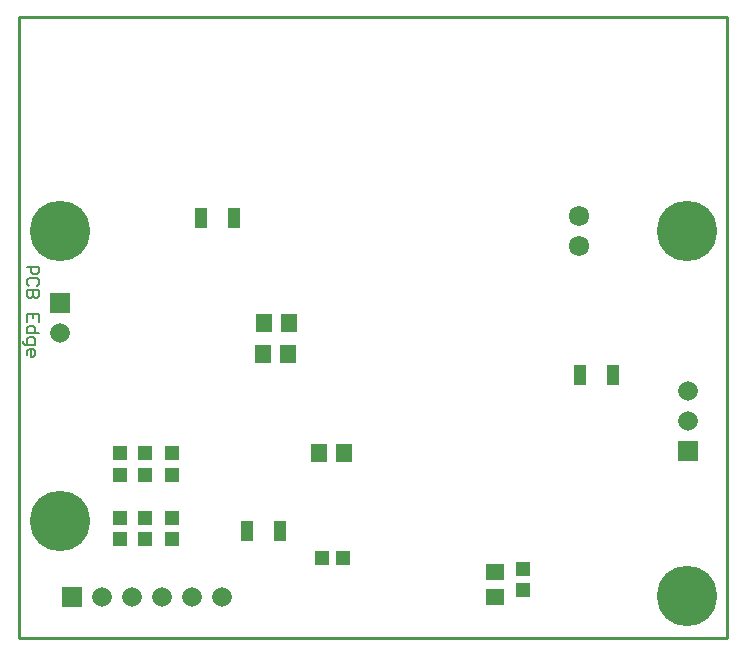
<source format=gbs>
G04*
G04 #@! TF.GenerationSoftware,Altium Limited,Altium Designer,19.0.14 (431)*
G04*
G04 Layer_Color=16711935*
%FSLAX43Y43*%
%MOMM*%
G71*
G01*
G75*
%ADD11C,0.100*%
%ADD13C,0.200*%
%ADD16C,0.254*%
%ADD52R,1.220X1.220*%
%ADD53R,1.220X1.220*%
%ADD65R,1.070X1.820*%
%ADD70C,1.720*%
%ADD71R,1.670X1.670*%
%ADD72C,1.670*%
%ADD73R,1.670X1.670*%
%ADD74C,5.120*%
%ADD85R,1.370X1.620*%
%ADD86R,1.620X1.370*%
D11*
X-53Y12229D02*
Y24229D01*
D13*
X635Y31437D02*
X1635D01*
Y30937D01*
X1468Y30771D01*
X1135D01*
X968Y30937D01*
Y31437D01*
X1468Y29771D02*
X1635Y29938D01*
Y30271D01*
X1468Y30437D01*
X802D01*
X635Y30271D01*
Y29938D01*
X802Y29771D01*
X1635Y29438D02*
X635D01*
Y28938D01*
X802Y28771D01*
X968D01*
X1135Y28938D01*
Y29438D01*
Y28938D01*
X1301Y28771D01*
X1468D01*
X1635Y28938D01*
Y29438D01*
Y26772D02*
Y27438D01*
X635D01*
Y26772D01*
X1135Y27438D02*
Y27105D01*
X1635Y25772D02*
X635D01*
Y26272D01*
X802Y26439D01*
X1135D01*
X1301Y26272D01*
Y25772D01*
X302Y25106D02*
Y24939D01*
X468Y24773D01*
X1301D01*
Y25272D01*
X1135Y25439D01*
X802D01*
X635Y25272D01*
Y24773D01*
Y23940D02*
Y24273D01*
X802Y24439D01*
X1135D01*
X1301Y24273D01*
Y23940D01*
X1135Y23773D01*
X968D01*
Y24439D01*
D16*
X0Y0D02*
Y52578D01*
Y0D02*
X59944D01*
Y52578D01*
X0D02*
X59944D01*
D52*
X27398Y6731D02*
D03*
X25598D02*
D03*
D53*
X42672Y5853D02*
D03*
Y4053D02*
D03*
X12954Y10149D02*
D03*
Y8349D02*
D03*
X8509Y8360D02*
D03*
Y10160D02*
D03*
X10668Y10149D02*
D03*
Y8349D02*
D03*
X8509Y15632D02*
D03*
Y13832D02*
D03*
X10668Y15632D02*
D03*
Y13832D02*
D03*
X12954D02*
D03*
Y15632D02*
D03*
D65*
X47495Y22225D02*
D03*
X50295D02*
D03*
X22101Y9017D02*
D03*
X19301D02*
D03*
X18164Y35560D02*
D03*
X15364D02*
D03*
D70*
X47371Y33205D02*
D03*
Y35745D02*
D03*
D71*
X3429Y28321D02*
D03*
X56590Y15823D02*
D03*
D72*
X3429Y25781D02*
D03*
X56590Y20903D02*
D03*
Y18363D02*
D03*
X9525Y3429D02*
D03*
X12065D02*
D03*
X14605D02*
D03*
X17145D02*
D03*
X6985D02*
D03*
D73*
X4445D02*
D03*
D74*
X56515Y3557D02*
D03*
X3429Y9906D02*
D03*
X56515Y34417D02*
D03*
X3429D02*
D03*
D85*
X20701Y26670D02*
D03*
X22801D02*
D03*
X20667Y24003D02*
D03*
X22767D02*
D03*
X27466Y15621D02*
D03*
X25366D02*
D03*
D86*
X40259Y3488D02*
D03*
Y5588D02*
D03*
M02*

</source>
